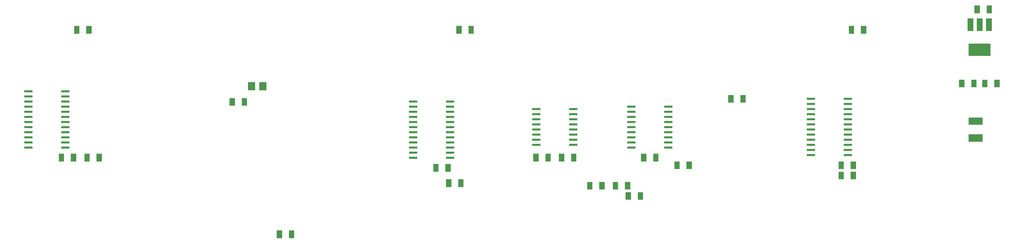
<source format=gbr>
G04 start of page 9 for group -4014 idx -4014
G04 Title: (unknown), bottompaste *
G04 Creator: pcb-bin 20060822 *
G04 CreationDate: Wed Jun  4 23:35:37 2008 UTC *
G04 For: pete *
G04 Format: Gerber/RS-274X *
G04 PCB-Dimensions: 1125000 272500 *
G04 PCB-Coordinate-Origin: lower left *
%MOIN*%
%FSLAX24Y24*%
%LNBACKPASTE*%
%ADD11R,0.0709X0.0709*%
%ADD12R,0.0512X0.0512*%
%ADD13R,0.0200X0.0200*%
%ADD14R,0.0560X0.0560*%
%ADD15R,0.1220X0.1220*%
%ADD16R,0.0690X0.0690*%
G54D11*X108915Y12923D02*X109584D01*
X108915Y14576D02*X109584D01*
G54D12*X41409Y3618D02*Y3381D01*
X42590Y3618D02*Y3381D01*
G54D13*X66150Y12250D02*X66750D01*
X66150Y12750D02*X66750D01*
X66150Y13250D02*X66750D01*
X66150Y13750D02*X66750D01*
X66150Y14250D02*X66750D01*
X66150Y14750D02*X66750D01*
X66150Y15250D02*X66750D01*
X66150Y15750D02*X66750D01*
X69750D02*X70350D01*
X69750Y15250D02*X70350D01*
X69750Y14750D02*X70350D01*
X69750Y14250D02*X70350D01*
X69750Y13750D02*X70350D01*
X69750Y13250D02*X70350D01*
X69750Y12750D02*X70350D01*
X69750Y12250D02*X70350D01*
G54D12*X96159Y10368D02*Y10131D01*
X97340Y10368D02*Y10131D01*
X56659Y10118D02*Y9881D01*
X57840Y10118D02*Y9881D01*
X20159Y11118D02*Y10881D01*
X21340Y11118D02*Y10881D01*
G54D13*X92900Y11250D02*X93500D01*
X92900Y11750D02*X93500D01*
X92900Y12250D02*X93500D01*
X92900Y12750D02*X93500D01*
X92900Y13250D02*X93500D01*
X92900Y13750D02*X93500D01*
X92900Y14250D02*X93500D01*
X92900Y14750D02*X93500D01*
X92900Y15250D02*X93500D01*
X92900Y15750D02*X93500D01*
X92900Y16250D02*X93500D01*
X92900Y16750D02*X93500D01*
X96500D02*X97100D01*
X96500Y16250D02*X97100D01*
X96500Y15750D02*X97100D01*
X96500Y15250D02*X97100D01*
X96500Y14750D02*X97100D01*
X96500Y14250D02*X97100D01*
X96500Y13750D02*X97100D01*
X96500Y13250D02*X97100D01*
X96500Y12750D02*X97100D01*
X96500Y12250D02*X97100D01*
X96500Y11750D02*X97100D01*
X96500Y11250D02*X97100D01*
X54150Y11000D02*X54750D01*
X54150Y11500D02*X54750D01*
X54150Y12000D02*X54750D01*
X54150Y12500D02*X54750D01*
X54150Y13000D02*X54750D01*
X54150Y13500D02*X54750D01*
X54150Y14000D02*X54750D01*
X54150Y14500D02*X54750D01*
X54150Y15000D02*X54750D01*
X54150Y15500D02*X54750D01*
X54150Y16000D02*X54750D01*
X54150Y16500D02*X54750D01*
X57750D02*X58350D01*
X57750Y16000D02*X58350D01*
X57750Y15500D02*X58350D01*
X57750Y15000D02*X58350D01*
X57750Y14500D02*X58350D01*
X57750Y14000D02*X58350D01*
X57750Y13500D02*X58350D01*
X57750Y13000D02*X58350D01*
X57750Y12500D02*X58350D01*
X57750Y12000D02*X58350D01*
X57750Y11500D02*X58350D01*
X57750Y11000D02*X58350D01*
X16650Y12000D02*X17250D01*
X16650Y12500D02*X17250D01*
X16650Y13000D02*X17250D01*
X16650Y13500D02*X17250D01*
X16650Y14000D02*X17250D01*
X16650Y14500D02*X17250D01*
X16650Y15000D02*X17250D01*
X16650Y15500D02*X17250D01*
X16650Y16000D02*X17250D01*
X16650Y16500D02*X17250D01*
X16650Y17000D02*X17250D01*
X16650Y17500D02*X17250D01*
X20250D02*X20850D01*
X20250Y17000D02*X20850D01*
X20250Y16500D02*X20850D01*
X20250Y16000D02*X20850D01*
X20250Y15500D02*X20850D01*
X20250Y15000D02*X20850D01*
X20250Y14500D02*X20850D01*
X20250Y14000D02*X20850D01*
X20250Y13500D02*X20850D01*
X20250Y13000D02*X20850D01*
X20250Y12500D02*X20850D01*
X20250Y12000D02*X20850D01*
G54D12*X109409Y25618D02*Y25381D01*
X110590Y25618D02*Y25381D01*
X76909Y11118D02*Y10881D01*
X78090Y11118D02*Y10881D01*
X22659Y11118D02*Y10881D01*
X23840Y11118D02*Y10881D01*
X110159Y18368D02*Y18131D01*
X111340Y18368D02*Y18131D01*
G54D14*X108750Y24330D02*Y23670D01*
X109650Y24330D02*Y23670D01*
X110560Y24330D02*Y23670D01*
G54D15*X109200Y21560D02*X110100D01*
G54D12*X97340Y9368D02*Y9131D01*
X96159Y9368D02*Y9131D01*
X59090Y8618D02*Y8381D01*
X57909Y8618D02*Y8381D01*
G54D13*X75400Y12000D02*X76000D01*
X75400Y12500D02*X76000D01*
X75400Y13000D02*X76000D01*
X75400Y13500D02*X76000D01*
X75400Y14000D02*X76000D01*
X75400Y14500D02*X76000D01*
X75400Y15000D02*X76000D01*
X75400Y15500D02*X76000D01*
X75400Y16000D02*X76000D01*
X79000D02*X79600D01*
X79000Y15500D02*X79600D01*
X79000Y15000D02*X79600D01*
X79000Y14500D02*X79600D01*
X79000Y14000D02*X79600D01*
X79000Y13500D02*X79600D01*
X79000Y13000D02*X79600D01*
X79000Y12500D02*X79600D01*
X79000Y12000D02*X79600D01*
G54D12*X75340Y8368D02*Y8131D01*
X74159Y8368D02*Y8131D01*
X36809Y16568D02*Y16331D01*
X37990Y16568D02*Y16331D01*
X85409Y16868D02*Y16631D01*
X86590Y16868D02*Y16631D01*
X71659Y8368D02*Y8131D01*
X72840Y8368D02*Y8131D01*
X80159Y10368D02*Y10131D01*
X81340Y10368D02*Y10131D01*
G54D16*X38700Y18060D02*Y17940D01*
X39800Y18060D02*Y17940D01*
G54D12*X21659Y23618D02*Y23381D01*
X22840Y23618D02*Y23381D01*
X58909Y23618D02*Y23381D01*
X60090Y23618D02*Y23381D01*
X97159Y23618D02*Y23381D01*
X98340Y23618D02*Y23381D01*
X67590Y11118D02*Y10881D01*
X66409Y11118D02*Y10881D01*
X68909Y11118D02*Y10881D01*
X70090Y11118D02*Y10881D01*
X109090Y18368D02*Y18131D01*
X107909Y18368D02*Y18131D01*
X75409Y7368D02*Y7131D01*
X76590Y7368D02*Y7131D01*
M02*

</source>
